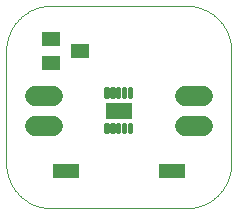
<source format=gts>
G04 EAGLE Gerber X2 export*
%TF.Part,Single*%
%TF.FileFunction,Other,Solder Mask top*%
%TF.FilePolarity,Positive*%
%TF.GenerationSoftware,Autodesk,EAGLE,9.0.0*%
%TF.CreationDate,2018-05-03T06:21:48Z*%
G75*
%MOMM*%
%FSLAX35Y35*%
%LPD*%
%AMOC8*
5,1,8,0,0,1.08239X$1,22.5*%
G01*
%ADD10C,0.100000*%
%ADD11C,0.362400*%
%ADD12R,2.203200X1.403200*%
%ADD13C,1.727200*%
%ADD14R,2.209800X1.295400*%
%ADD15R,1.603200X1.203200*%


D10*
X952500Y2286000D02*
X2095500Y2286000D01*
X2476500Y1905000D02*
X2476500Y952500D01*
X2095500Y571500D02*
X952500Y571500D01*
X571500Y952500D02*
X571500Y1905000D01*
X571611Y1914206D01*
X571945Y1923407D01*
X572501Y1932598D01*
X573279Y1941772D01*
X574278Y1950924D01*
X575498Y1960050D01*
X576938Y1969144D01*
X578598Y1978200D01*
X580476Y1987214D01*
X582571Y1996179D01*
X584882Y2005092D01*
X587408Y2013945D01*
X590147Y2022735D01*
X593098Y2031457D01*
X596259Y2040104D01*
X599627Y2048673D01*
X603202Y2057158D01*
X606981Y2065554D01*
X610961Y2073856D01*
X615141Y2082060D01*
X619518Y2090160D01*
X624090Y2098152D01*
X628853Y2106031D01*
X633805Y2113793D01*
X638943Y2121433D01*
X644265Y2128946D01*
X649766Y2136329D01*
X655444Y2143577D01*
X661296Y2150685D01*
X667317Y2157650D01*
X673506Y2164467D01*
X679857Y2171133D01*
X686367Y2177643D01*
X693033Y2183994D01*
X699850Y2190183D01*
X706815Y2196204D01*
X713923Y2202056D01*
X721171Y2207734D01*
X728554Y2213235D01*
X736067Y2218557D01*
X743707Y2223695D01*
X751469Y2228647D01*
X759348Y2233410D01*
X767340Y2237982D01*
X775440Y2242359D01*
X783644Y2246539D01*
X791946Y2250519D01*
X800342Y2254298D01*
X808827Y2257873D01*
X817396Y2261241D01*
X826043Y2264402D01*
X834765Y2267353D01*
X843555Y2270092D01*
X852408Y2272618D01*
X861321Y2274929D01*
X870286Y2277024D01*
X879300Y2278902D01*
X888356Y2280562D01*
X897450Y2282002D01*
X906576Y2283222D01*
X915728Y2284221D01*
X924902Y2284999D01*
X934093Y2285555D01*
X943294Y2285889D01*
X952500Y2286000D01*
X2095500Y2286000D02*
X2104706Y2285889D01*
X2113907Y2285555D01*
X2123098Y2284999D01*
X2132272Y2284221D01*
X2141424Y2283222D01*
X2150550Y2282002D01*
X2159644Y2280562D01*
X2168700Y2278902D01*
X2177714Y2277024D01*
X2186679Y2274929D01*
X2195592Y2272618D01*
X2204445Y2270092D01*
X2213235Y2267353D01*
X2221957Y2264402D01*
X2230604Y2261241D01*
X2239173Y2257873D01*
X2247658Y2254298D01*
X2256054Y2250519D01*
X2264356Y2246539D01*
X2272560Y2242359D01*
X2280660Y2237982D01*
X2288652Y2233410D01*
X2296531Y2228647D01*
X2304293Y2223695D01*
X2311933Y2218557D01*
X2319446Y2213235D01*
X2326829Y2207734D01*
X2334077Y2202056D01*
X2341185Y2196204D01*
X2348150Y2190183D01*
X2354967Y2183994D01*
X2361633Y2177643D01*
X2368143Y2171133D01*
X2374494Y2164467D01*
X2380683Y2157650D01*
X2386704Y2150685D01*
X2392556Y2143577D01*
X2398234Y2136329D01*
X2403735Y2128946D01*
X2409057Y2121433D01*
X2414195Y2113793D01*
X2419147Y2106031D01*
X2423910Y2098152D01*
X2428482Y2090160D01*
X2432859Y2082060D01*
X2437039Y2073856D01*
X2441019Y2065554D01*
X2444798Y2057158D01*
X2448373Y2048673D01*
X2451741Y2040104D01*
X2454902Y2031457D01*
X2457853Y2022735D01*
X2460592Y2013945D01*
X2463118Y2005092D01*
X2465429Y1996179D01*
X2467524Y1987214D01*
X2469402Y1978200D01*
X2471062Y1969144D01*
X2472502Y1960050D01*
X2473722Y1950924D01*
X2474721Y1941772D01*
X2475499Y1932598D01*
X2476055Y1923407D01*
X2476389Y1914206D01*
X2476500Y1905000D01*
X2476500Y952500D02*
X2476389Y943294D01*
X2476055Y934093D01*
X2475499Y924902D01*
X2474721Y915728D01*
X2473722Y906576D01*
X2472502Y897450D01*
X2471062Y888356D01*
X2469402Y879300D01*
X2467524Y870286D01*
X2465429Y861321D01*
X2463118Y852408D01*
X2460592Y843555D01*
X2457853Y834765D01*
X2454902Y826043D01*
X2451741Y817396D01*
X2448373Y808827D01*
X2444798Y800342D01*
X2441019Y791946D01*
X2437039Y783644D01*
X2432859Y775440D01*
X2428482Y767340D01*
X2423910Y759348D01*
X2419147Y751469D01*
X2414195Y743707D01*
X2409057Y736067D01*
X2403735Y728554D01*
X2398234Y721171D01*
X2392556Y713923D01*
X2386704Y706815D01*
X2380683Y699850D01*
X2374494Y693033D01*
X2368143Y686367D01*
X2361633Y679857D01*
X2354967Y673506D01*
X2348150Y667317D01*
X2341185Y661296D01*
X2334077Y655444D01*
X2326829Y649766D01*
X2319446Y644265D01*
X2311933Y638943D01*
X2304293Y633805D01*
X2296531Y628853D01*
X2288652Y624090D01*
X2280660Y619518D01*
X2272560Y615141D01*
X2264356Y610961D01*
X2256054Y606981D01*
X2247658Y603202D01*
X2239173Y599627D01*
X2230604Y596259D01*
X2221957Y593098D01*
X2213235Y590147D01*
X2204445Y587408D01*
X2195592Y584882D01*
X2186679Y582571D01*
X2177714Y580476D01*
X2168700Y578598D01*
X2159644Y576938D01*
X2150550Y575498D01*
X2141424Y574278D01*
X2132272Y573279D01*
X2123098Y572501D01*
X2113907Y571945D01*
X2104706Y571611D01*
X2095500Y571500D01*
X952500Y571500D02*
X943294Y571611D01*
X934093Y571945D01*
X924902Y572501D01*
X915728Y573279D01*
X906576Y574278D01*
X897450Y575498D01*
X888356Y576938D01*
X879300Y578598D01*
X870286Y580476D01*
X861321Y582571D01*
X852408Y584882D01*
X843555Y587408D01*
X834765Y590147D01*
X826043Y593098D01*
X817396Y596259D01*
X808827Y599627D01*
X800342Y603202D01*
X791946Y606981D01*
X783644Y610961D01*
X775440Y615141D01*
X767340Y619518D01*
X759348Y624090D01*
X751469Y628853D01*
X743707Y633805D01*
X736067Y638943D01*
X728554Y644265D01*
X721171Y649766D01*
X713923Y655444D01*
X706815Y661296D01*
X699850Y667317D01*
X693033Y673506D01*
X686367Y679857D01*
X679857Y686367D01*
X673506Y693033D01*
X667317Y699850D01*
X661296Y706815D01*
X655444Y713923D01*
X649766Y721171D01*
X644265Y728554D01*
X638943Y736067D01*
X633805Y743707D01*
X628853Y751469D01*
X624090Y759348D01*
X619518Y767340D01*
X615141Y775440D01*
X610961Y783644D01*
X606981Y791946D01*
X603202Y800342D01*
X599627Y808827D01*
X596259Y817396D01*
X593098Y826043D01*
X590147Y834765D01*
X587408Y843555D01*
X584882Y852408D01*
X582571Y861321D01*
X580476Y870286D01*
X578598Y879300D01*
X576938Y888356D01*
X575498Y897450D01*
X574278Y906576D01*
X573279Y915728D01*
X572501Y924902D01*
X571945Y934093D01*
X571611Y943294D01*
X571500Y952500D01*
D11*
X1617960Y1579040D02*
X1630040Y1579040D01*
X1630040Y1514960D01*
X1617960Y1514960D01*
X1617960Y1579040D01*
X1617960Y1551199D02*
X1630040Y1551199D01*
X1580040Y1579040D02*
X1567960Y1579040D01*
X1580040Y1579040D02*
X1580040Y1514960D01*
X1567960Y1514960D01*
X1567960Y1579040D01*
X1567960Y1551199D02*
X1580040Y1551199D01*
X1530040Y1579040D02*
X1517960Y1579040D01*
X1530040Y1579040D02*
X1530040Y1514960D01*
X1517960Y1514960D01*
X1517960Y1579040D01*
X1517960Y1551199D02*
X1530040Y1551199D01*
X1480040Y1579040D02*
X1467960Y1579040D01*
X1480040Y1579040D02*
X1480040Y1514960D01*
X1467960Y1514960D01*
X1467960Y1579040D01*
X1467960Y1551199D02*
X1480040Y1551199D01*
X1430040Y1579040D02*
X1417960Y1579040D01*
X1430040Y1579040D02*
X1430040Y1514960D01*
X1417960Y1514960D01*
X1417960Y1579040D01*
X1417960Y1551199D02*
X1430040Y1551199D01*
X1430040Y1279040D02*
X1417960Y1279040D01*
X1430040Y1279040D02*
X1430040Y1214960D01*
X1417960Y1214960D01*
X1417960Y1279040D01*
X1417960Y1251199D02*
X1430040Y1251199D01*
X1467960Y1279040D02*
X1480040Y1279040D01*
X1480040Y1214960D01*
X1467960Y1214960D01*
X1467960Y1279040D01*
X1467960Y1251199D02*
X1480040Y1251199D01*
X1517960Y1279040D02*
X1530040Y1279040D01*
X1530040Y1214960D01*
X1517960Y1214960D01*
X1517960Y1279040D01*
X1517960Y1251199D02*
X1530040Y1251199D01*
X1567960Y1279040D02*
X1580040Y1279040D01*
X1580040Y1214960D01*
X1567960Y1214960D01*
X1567960Y1279040D01*
X1567960Y1251199D02*
X1580040Y1251199D01*
X1617960Y1279040D02*
X1630040Y1279040D01*
X1630040Y1214960D01*
X1617960Y1214960D01*
X1617960Y1279040D01*
X1617960Y1251199D02*
X1630040Y1251199D01*
D12*
X1524000Y1397000D03*
D13*
X2082800Y1270000D02*
X2235200Y1270000D01*
X2235200Y1524000D02*
X2082800Y1524000D01*
D14*
X1074420Y889000D03*
X1973580Y889000D03*
D13*
X965200Y1524000D02*
X812800Y1524000D01*
X812800Y1270000D02*
X965200Y1270000D01*
D15*
X953300Y2006600D03*
X953300Y1803400D03*
X1194600Y1905000D03*
M02*

</source>
